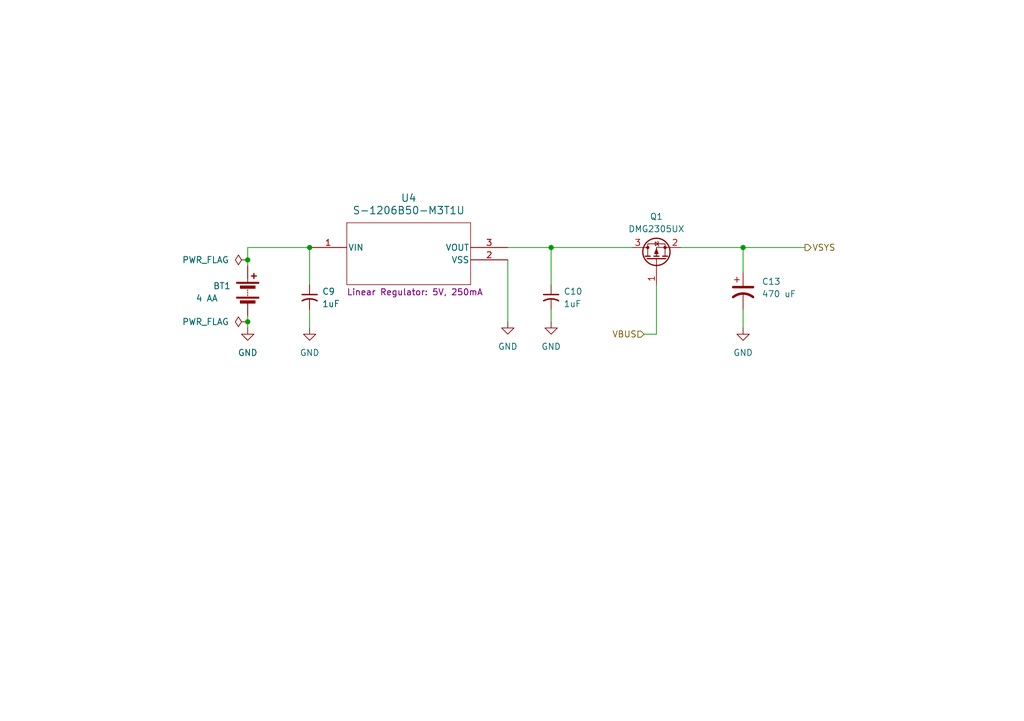
<source format=kicad_sch>
(kicad_sch (version 20250114) (generator "eeschema") (generator_version "9.0")
  (paper "A5")
  (lib_symbols
    (symbol "Device:Battery" (pin_numbers (hide yes)) (pin_names (offset 0) (hide yes))
      (property "Reference" "BT" (at 2.54 2.54 0))
      (property "Value" "Battery" (at 2.54 0 0))
      (symbol "Battery_0_1"
        (rectangle (start -2.286 1.778) (end 2.286 1.524) (fill (type outline)))
        (rectangle (start -2.286 -1.27) (end 2.286 -1.524) (fill (type outline)))
        (rectangle (start -1.524 1.016) (end 1.524 0.508) (fill (type outline)))
        (rectangle (start -1.524 -2.032) (end 1.524 -2.54) (fill (type outline)))
        (polyline (pts (xy 0 1.778) (xy 0 2.54)))
        (polyline (pts (xy 0 0) (xy 0 0.254)))
        (polyline (pts (xy 0 -0.508) (xy 0 -0.254)))
        (polyline (pts (xy 0 -1.016) (xy 0 -0.762)))
        (polyline (pts (xy 0.762 3.048) (xy 1.778 3.048)) (stroke (width 0.254)))
        (polyline (pts (xy 1.27 3.556) (xy 1.27 2.54)) (stroke (width 0.254)))
      )
      (symbol "Battery_1_1"
        (pin passive line (at 0 5.08 270) (length 2.54) (name "+") (number "1"))
        (pin passive line (at 0 -5.08 90) (length 2.54) (name "-") (number "2"))
      )
    )
    (symbol "Device:C_Polarized_US" (pin_numbers (hide yes)) (pin_names (offset 0.254) (hide yes))
      (property "Reference" "C" (at 0.635 2.54 0))
      (property "Value" "C_Polarized_US" (at 0.635 -2.54 0))
      (symbol "C_Polarized_US_0_1"
        (polyline (pts (xy -2.032 0.762) (xy 2.032 0.762)) (stroke (width 0.508)))
        (polyline (pts (xy -1.778 2.286) (xy -0.762 2.286)))
        (polyline (pts (xy -1.27 1.778) (xy -1.27 2.794)))
        (arc (start -2.032 -1.27) (mid 0 -0.5572) (end 2.032 -1.27) (stroke (width 0.508)))
      )
      (symbol "C_Polarized_US_1_1"
        (pin passive line (at 0 3.81 270) (length 2.794) (name "~") (number "1"))
        (pin passive line (at 0 -3.81 90) (length 3.302) (name "~") (number "2"))
      )
    )
    (symbol "Device:C_Small_US" (pin_numbers (hide yes)) (pin_names (offset 0.254) (hide yes))
      (property "Reference" "C" (at 0.254 1.778 0))
      (property "Value" "C_Small_US" (at 0.254 -2.032 0))
      (symbol "C_Small_US_0_1"
        (polyline (pts (xy -1.524 0.508) (xy 1.524 0.508)) (stroke (width 0.3048)))
        (arc (start -1.524 -0.762) (mid 0 -0.3734) (end 1.524 -0.762) (stroke (width 0.3048)))
      )
      (symbol "C_Small_US_1_1"
        (pin passive line (at 0 2.54 270) (length 2.032) (name "~") (number "1"))
        (pin passive line (at 0 -2.54 90) (length 2.032) (name "~") (number "2"))
      )
    )
    (symbol "S-1206B50-M3T1U:S-1206B50-M3T1U" (pin_names (offset 0.254))
      (property "Reference" "U" (at 20.32 10.16 0))
      (property "Value" "S-1206B50-M3T1U" (at 20.32 7.62 0))
      (symbol "S-1206B50-M3T1U_0_1"
        (polyline (pts (xy 7.62 5.08) (xy 7.62 -7.62)) (stroke (width 0.127)))
        (polyline (pts (xy 7.62 -7.62) (xy 33.02 -7.62)) (stroke (width 0.127)))
        (polyline (pts (xy 33.02 5.08) (xy 7.62 5.08)) (stroke (width 0.127)))
        (polyline (pts (xy 33.02 -7.62) (xy 33.02 5.08)) (stroke (width 0.127)))
        (pin power_in line (at 0 0 0) (length 7.62) (name "VIN") (number "1"))
        (pin output line (at 40.64 0 180) (length 7.62) (name "VOUT") (number "3"))
        (pin power_out line (at 40.64 -2.54 180) (length 7.62) (name "VSS") (number "2"))
      )
    )
    (symbol "Transistor_FET:DMG2301L" (pin_names (hide yes))
      (property "Reference" "Q" (at 5.08 1.905 0))
      (property "Value" "DMG2301L" (at 5.08 0 0))
      (symbol "DMG2301L_0_1"
        (polyline (pts (xy 0.254 1.905) (xy 0.254 -1.905)) (stroke (width 0.254)))
        (polyline (pts (xy 0.254 0) (xy -2.54 0)))
        (polyline (pts (xy 0.762 2.286) (xy 0.762 1.27)) (stroke (width 0.254)))
        (polyline (pts (xy 0.762 1.778) (xy 3.302 1.778) (xy 3.302 -1.778) (xy 0.762 -1.778)))
        (polyline (pts (xy 0.762 0.508) (xy 0.762 -0.508)) (stroke (width 0.254)))
        (polyline (pts (xy 0.762 -1.27) (xy 0.762 -2.286)) (stroke (width 0.254)))
        (circle (center 1.651 0) (radius 2.794) (stroke (width 0.254)))
        (polyline (pts (xy 2.286 0) (xy 1.27 0.381) (xy 1.27 -0.381) (xy 2.286 0)) (fill (type outline)))
        (polyline (pts (xy 2.54 2.54) (xy 2.54 1.778)))
        (circle (center 2.54 1.778) (radius 0.254) (fill (type outline)))
        (circle (center 2.54 -1.778) (radius 0.254) (fill (type outline)))
        (polyline (pts (xy 2.54 -2.54) (xy 2.54 0) (xy 0.762 0)))
        (polyline (pts (xy 2.794 -0.508) (xy 2.921 -0.381) (xy 3.683 -0.381) (xy 3.81 -0.254)))
        (polyline (pts (xy 3.302 -0.381) (xy 2.921 0.254) (xy 3.683 0.254) (xy 3.302 -0.381)))
      )
      (symbol "DMG2301L_1_1"
        (pin input line (at -5.08 0 0) (length 2.54) (name "G") (number "1"))
        (pin passive line (at 2.54 5.08 270) (length 2.54) (name "D") (number "3"))
        (pin passive line (at 2.54 -5.08 90) (length 2.54) (name "S") (number "2"))
      )
    )
    (symbol "power:GND" (power) (pin_numbers (hide yes)) (pin_names (offset 0) (hide yes))
      (property "Value" "GND" (at 0 -3.81 0))
      (symbol "GND_0_1"
        (polyline (pts (xy 0 0) (xy 0 -1.27) (xy 1.27 -1.27) (xy 0 -2.54) (xy -1.27 -1.27) (xy 0 -1.27)))
      )
      (symbol "GND_1_1"
        (pin power_in line (at 0 0 270) (length 0) (name "~") (number "1"))
      )
    )
    (symbol "power:PWR_FLAG" (power) (pin_numbers (hide yes)) (pin_names (offset 0) (hide yes))
      (property "Value" "PWR_FLAG" (at 0 3.81 0))
      (symbol "PWR_FLAG_0_0"
        (pin power_out line (at 0 0 90) (length 0) (name "~") (number "1"))
      )
      (symbol "PWR_FLAG_0_1"
        (polyline (pts (xy 0 0) (xy 0 1.27) (xy -1.016 1.905) (xy 0 2.54) (xy 1.016 1.905) (xy 0 1.27)))
      )
    )
  )
  (junction (at 63.5 50.8))
  (junction (at 50.8 53.34))
  (junction (at 50.8 66.04))
  (junction (at 152.4 50.8))
  (junction (at 113.03 50.8))
  (wire (pts (xy 152.4 55.88) (xy 152.4 50.8)))
  (wire (pts (xy 152.4 67.31) (xy 152.4 63.5)))
  (wire (pts (xy 63.5 50.8) (xy 63.5 58.42)))
  (wire (pts (xy 50.8 53.34) (xy 50.8 50.8)))
  (wire (pts (xy 104.14 50.8) (xy 113.03 50.8)))
  (wire (pts (xy 134.62 68.58) (xy 132.08 68.58)))
  (wire (pts (xy 152.4 50.8) (xy 139.7 50.8)))
  (wire (pts (xy 113.03 50.8) (xy 113.03 58.42)))
  (wire (pts (xy 113.03 63.5) (xy 113.03 66.04)))
  (wire (pts (xy 50.8 50.8) (xy 63.5 50.8)))
  (wire (pts (xy 63.5 67.31) (xy 63.5 63.5)))
  (wire (pts (xy 113.03 50.8) (xy 129.54 50.8)))
  (wire (pts (xy 50.8 66.04) (xy 50.8 64.77)))
  (wire (pts (xy 50.8 67.31) (xy 50.8 66.04)))
  (wire (pts (xy 165.1 50.8) (xy 152.4 50.8)))
  (wire (pts (xy 104.14 66.04) (xy 104.14 53.34)))
  (wire (pts (xy 134.62 58.42) (xy 134.62 68.58)))
  (wire (pts (xy 50.8 54.61) (xy 50.8 53.34)))
  (hierarchical_label "VBUS" (shape input) (at 132.08 68.58 180))
  (hierarchical_label "VSYS" (shape output) (at 165.1 50.8 0))
  (symbol (lib_id "Device:C_Polarized_US") (at 152.4 59.69 0) (unit 1)
    (property "Reference" "C13" (at 156.21 57.7849 0) (effects (justify left)))
    (property "Value" "470 uF" (at 156.21 60.3249 0) (effects (justify left)))
    (property "Footprint" "Capacitor_Tantalum_SMD:CP_EIA-7343-30_AVX-N" (effects (hide yes)))
    (property "Description" "Polarized capacitor, US symbol" (effects (hide yes)))
  )
  (symbol (lib_id "power:GND") (at 50.8 67.31 0) (unit 1)
    (property "Reference" "#PWR024" (effects (hide yes)))
    (property "Value" "GND" (at 50.8 72.39 0))
    (property "Description" "Power symbol creates a global label with name \"GND\" , ground" (effects (hide yes)))
  )
  (symbol (lib_id "Device:Battery") (at 50.8 59.69 0) (unit 1)
    (property "Reference" "BT1" (at 43.688 58.674 0) (effects (justify left)))
    (property "Value" "4 AA" (at 40.132 61.214 0) (effects (justify left)))
    (property "Footprint" "TerminalBlock:TerminalBlock_MaiXu_MX126-5.0-02P_1x02_P5.00mm" (effects (hide yes)))
    (property "Description" "4 AA Batteries" (effects (hide yes)))
  )
  (symbol (lib_id "power:GND") (at 104.14 66.04 0) (unit 1)
    (property "Reference" "#PWR07" (effects (hide yes)))
    (property "Value" "GND" (at 104.14 71.12 0))
    (property "Description" "Power symbol creates a global label with name \"GND\" , ground" (effects (hide yes)))
  )
  (symbol (lib_id "power:PWR_FLAG") (at 50.8 53.34 90) (unit 1)
    (property "Reference" "#FLG04" (effects (hide yes)))
    (property "Value" "PWR_FLAG" (at 46.99 53.3399 90) (effects (justify left)))
    (property "Description" "Special symbol for telling ERC where power comes from" (effects (hide yes)))
  )
  (symbol (lib_id "power:GND") (at 63.5 67.31 0) (unit 1)
    (property "Reference" "#PWR025" (effects (hide yes)))
    (property "Value" "GND" (at 63.5 72.39 0))
    (property "Description" "Power symbol creates a global label with name \"GND\" , ground" (effects (hide yes)))
  )
  (symbol (lib_id "power:GND") (at 113.03 66.04 0) (unit 1)
    (property "Reference" "#PWR026" (effects (hide yes)))
    (property "Value" "GND" (at 113.03 71.12 0))
    (property "Description" "Power symbol creates a global label with name \"GND\" , ground" (effects (hide yes)))
  )
  (symbol (lib_id "power:GND") (at 152.4 67.31 0) (unit 1)
    (property "Reference" "#PWR037" (effects (hide yes)))
    (property "Value" "GND" (at 152.4 72.39 0))
    (property "Description" "Power symbol creates a global label with name \"GND\" , ground" (effects (hide yes)))
  )
  (symbol (lib_id "S-1206B50-M3T1U:S-1206B50-M3T1U") (at 63.5 50.8 0) (unit 1)
    (property "Reference" "U4" (at 83.82 40.64 0) (effects (font (size 1.524 1.524))))
    (property "Value" "S-1206B50-M3T1U" (at 83.82 43.18 0) (effects (font (size 1.524 1.524))))
    (property "Footprint" "Package_TO_SOT_SMD:SOT-23-3" (effects (hide yes)))
    (property "Datasheet" "S-1206B50-M3T1U" (effects (hide yes)))
    (property "Description" "Linear Regulator: 5V, 250mA" (at 85.09 59.944 0))
  )
  (symbol (lib_id "power:PWR_FLAG") (at 50.8 66.04 90) (unit 1)
    (property "Reference" "#FLG05" (effects (hide yes)))
    (property "Value" "PWR_FLAG" (at 46.99 66.0399 90) (effects (justify left)))
    (property "Description" "Special symbol for telling ERC where power comes from" (effects (hide yes)))
  )
  (symbol (lib_id "Device:C_Small_US") (at 113.03 60.96 0) (unit 1)
    (property "Reference" "C10" (at 115.57 59.8169 0) (effects (justify left)))
    (property "Value" "1uF" (at 115.57 62.3569 0) (effects (justify left)))
    (property "Footprint" "Capacitor_SMD:C_1206_3216Metric" (effects (hide yes)))
    (property "Description" "capacitor, small US symbol" (effects (hide yes)))
  )
  (symbol (lib_id "Transistor_FET:DMG2301L") (at 134.62 53.34 90) (unit 1)
    (property "Reference" "Q1" (at 134.62 44.45 90))
    (property "Value" "DMG2305UX" (at 134.62 46.99 90))
    (property "Footprint" "Package_TO_SOT_SMD:SOT-23" (effects (hide yes)))
    (property "Datasheet" "https://www.diodes.com/assets/Datasheets/DMG2301L.pdf" (effects (hide yes)))
    (property "Description" "-3A Id, -20V Vds, P-Channel MOSFET, SOT-23" (effects (hide yes)))
  )
  (symbol (lib_id "Device:C_Small_US") (at 63.5 60.96 0) (unit 1)
    (property "Reference" "C9" (at 66.04 59.8169 0) (effects (justify left)))
    (property "Value" "1uF" (at 66.04 62.3569 0) (effects (justify left)))
    (property "Footprint" "Capacitor_SMD:C_1206_3216Metric" (effects (hide yes)))
    (property "Description" "capacitor, small US symbol" (effects (hide yes)))
  )
)
</source>
